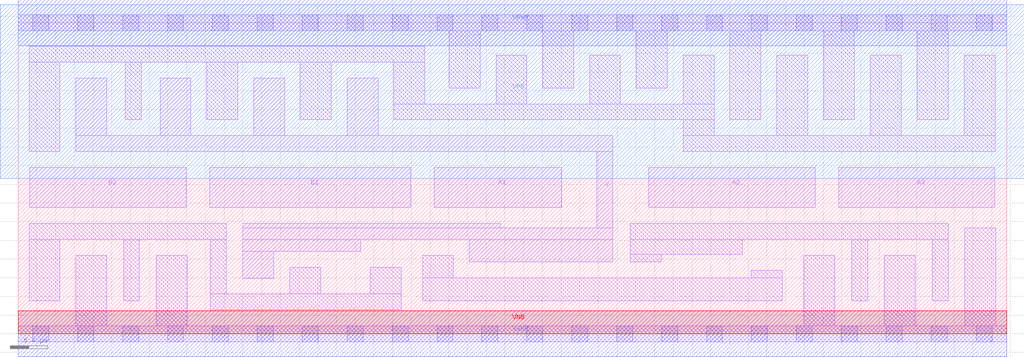
<source format=lef>
# Copyright 2020 The SkyWater PDK Authors
#
# Licensed under the Apache License, Version 2.0 (the "License");
# you may not use this file except in compliance with the License.
# You may obtain a copy of the License at
#
#     https://www.apache.org/licenses/LICENSE-2.0
#
# Unless required by applicable law or agreed to in writing, software
# distributed under the License is distributed on an "AS IS" BASIS,
# WITHOUT WARRANTIES OR CONDITIONS OF ANY KIND, either express or implied.
# See the License for the specific language governing permissions and
# limitations under the License.
#
# SPDX-License-Identifier: Apache-2.0

VERSION 5.7 ;
  NOWIREEXTENSIONATPIN ON ;
  DIVIDERCHAR "/" ;
  BUSBITCHARS "[]" ;
MACRO sky130_fd_sc_ls__a32oi_4
  CLASS CORE ;
  FOREIGN sky130_fd_sc_ls__a32oi_4 ;
  ORIGIN  0.000000  0.000000 ;
  SIZE  10.56000 BY  3.330000 ;
  SYMMETRY X Y ;
  SITE unit ;
  PIN A1
    ANTENNAGATEAREA  1.116000 ;
    DIRECTION INPUT ;
    USE SIGNAL ;
    PORT
      LAYER li1 ;
        RECT 4.445000 1.350000 5.805000 1.780000 ;
    END
  END A1
  PIN A2
    ANTENNAGATEAREA  1.116000 ;
    DIRECTION INPUT ;
    USE SIGNAL ;
    PORT
      LAYER li1 ;
        RECT 6.735000 1.350000 8.515000 1.780000 ;
    END
  END A2
  PIN A3
    ANTENNAGATEAREA  1.116000 ;
    DIRECTION INPUT ;
    USE SIGNAL ;
    PORT
      LAYER li1 ;
        RECT 8.765000 1.350000 10.435000 1.780000 ;
    END
  END A3
  PIN B1
    ANTENNAGATEAREA  1.116000 ;
    DIRECTION INPUT ;
    USE SIGNAL ;
    PORT
      LAYER li1 ;
        RECT 2.045000 1.350000 4.195000 1.780000 ;
    END
  END B1
  PIN B2
    ANTENNAGATEAREA  1.116000 ;
    DIRECTION INPUT ;
    USE SIGNAL ;
    PORT
      LAYER li1 ;
        RECT 0.125000 1.350000 1.795000 1.780000 ;
    END
  END B2
  PIN Y
    ANTENNADIFFAREA  2.387000 ;
    DIRECTION OUTPUT ;
    USE SIGNAL ;
    PORT
      LAYER li1 ;
        RECT 0.615000 1.950000 6.350000 2.120000 ;
        RECT 0.615000 2.120000 0.945000 2.735000 ;
        RECT 1.515000 2.120000 1.845000 2.735000 ;
        RECT 2.400000 0.595000 2.730000 0.880000 ;
        RECT 2.400000 0.880000 3.660000 1.010000 ;
        RECT 2.400000 1.010000 6.350000 1.130000 ;
        RECT 2.400000 1.130000 5.150000 1.180000 ;
        RECT 2.515000 2.120000 2.845000 2.735000 ;
        RECT 3.515000 2.120000 3.845000 2.735000 ;
        RECT 4.820000 0.770000 6.350000 1.010000 ;
        RECT 6.180000 1.130000 6.350000 1.950000 ;
    END
  END Y
  PIN VGND
    DIRECTION INOUT ;
    SHAPE ABUTMENT ;
    USE GROUND ;
    PORT
      LAYER met1 ;
        RECT 0.000000 -0.245000 10.560000 0.245000 ;
    END
  END VGND
  PIN VNB
    DIRECTION INOUT ;
    USE GROUND ;
    PORT
      LAYER pwell ;
        RECT 0.000000 0.000000 10.560000 0.245000 ;
    END
  END VNB
  PIN VPB
    DIRECTION INOUT ;
    USE POWER ;
    PORT
      LAYER nwell ;
        RECT -0.190000 1.660000 10.750000 3.520000 ;
    END
  END VPB
  PIN VPWR
    DIRECTION INOUT ;
    SHAPE ABUTMENT ;
    USE POWER ;
    PORT
      LAYER met1 ;
        RECT 0.000000 3.085000 10.560000 3.575000 ;
    END
  END VPWR
  OBS
    LAYER li1 ;
      RECT  0.000000 -0.085000 10.560000 0.085000 ;
      RECT  0.000000  3.245000 10.560000 3.415000 ;
      RECT  0.115000  0.350000  0.445000 1.010000 ;
      RECT  0.115000  1.010000  2.220000 1.180000 ;
      RECT  0.115000  1.950000  0.445000 2.905000 ;
      RECT  0.115000  2.905000  4.345000 3.075000 ;
      RECT  0.615000  0.085000  0.945000 0.840000 ;
      RECT  1.125000  0.350000  1.295000 1.010000 ;
      RECT  1.145000  2.290000  1.315000 2.905000 ;
      RECT  1.475000  0.085000  1.805000 0.840000 ;
      RECT  2.015000  2.290000  2.345000 2.905000 ;
      RECT  2.050000  0.255000  4.090000 0.425000 ;
      RECT  2.050000  0.425000  2.220000 1.010000 ;
      RECT  2.900000  0.425000  3.230000 0.710000 ;
      RECT  3.015000  2.290000  3.345000 2.905000 ;
      RECT  3.760000  0.425000  4.090000 0.710000 ;
      RECT  4.015000  2.290000  7.435000 2.460000 ;
      RECT  4.015000  2.460000  4.345000 2.905000 ;
      RECT  4.320000  0.350000  8.165000 0.600000 ;
      RECT  4.320000  0.600000  4.650000 0.840000 ;
      RECT  4.605000  2.630000  4.935000 3.245000 ;
      RECT  5.105000  2.460000  5.435000 2.980000 ;
      RECT  5.605000  2.630000  5.935000 3.245000 ;
      RECT  6.105000  2.460000  6.435000 2.980000 ;
      RECT  6.540000  0.770000  6.870000 0.850000 ;
      RECT  6.540000  0.850000  7.735000 1.010000 ;
      RECT  6.540000  1.010000  9.935000 1.180000 ;
      RECT  6.605000  2.630000  6.935000 3.245000 ;
      RECT  7.105000  1.950000 10.440000 2.120000 ;
      RECT  7.105000  2.120000  7.435000 2.290000 ;
      RECT  7.105000  2.460000  7.435000 2.980000 ;
      RECT  7.605000  2.290000  7.935000 3.245000 ;
      RECT  7.835000  0.600000  8.165000 0.680000 ;
      RECT  8.105000  2.120000  8.435000 2.980000 ;
      RECT  8.395000  0.085000  8.725000 0.840000 ;
      RECT  8.605000  2.290000  8.935000 3.245000 ;
      RECT  8.905000  0.350000  9.075000 1.010000 ;
      RECT  9.105000  2.120000  9.435000 2.980000 ;
      RECT  9.255000  0.085000  9.585000 0.840000 ;
      RECT  9.605000  2.290000  9.935000 3.245000 ;
      RECT  9.765000  0.350000  9.935000 1.010000 ;
      RECT 10.110000  2.120000 10.440000 2.980000 ;
      RECT 10.115000  0.085000 10.445000 1.130000 ;
    LAYER mcon ;
      RECT  0.155000 -0.085000  0.325000 0.085000 ;
      RECT  0.155000  3.245000  0.325000 3.415000 ;
      RECT  0.635000 -0.085000  0.805000 0.085000 ;
      RECT  0.635000  3.245000  0.805000 3.415000 ;
      RECT  1.115000 -0.085000  1.285000 0.085000 ;
      RECT  1.115000  3.245000  1.285000 3.415000 ;
      RECT  1.595000 -0.085000  1.765000 0.085000 ;
      RECT  1.595000  3.245000  1.765000 3.415000 ;
      RECT  2.075000 -0.085000  2.245000 0.085000 ;
      RECT  2.075000  3.245000  2.245000 3.415000 ;
      RECT  2.555000 -0.085000  2.725000 0.085000 ;
      RECT  2.555000  3.245000  2.725000 3.415000 ;
      RECT  3.035000 -0.085000  3.205000 0.085000 ;
      RECT  3.035000  3.245000  3.205000 3.415000 ;
      RECT  3.515000 -0.085000  3.685000 0.085000 ;
      RECT  3.515000  3.245000  3.685000 3.415000 ;
      RECT  3.995000 -0.085000  4.165000 0.085000 ;
      RECT  3.995000  3.245000  4.165000 3.415000 ;
      RECT  4.475000 -0.085000  4.645000 0.085000 ;
      RECT  4.475000  3.245000  4.645000 3.415000 ;
      RECT  4.955000 -0.085000  5.125000 0.085000 ;
      RECT  4.955000  3.245000  5.125000 3.415000 ;
      RECT  5.435000 -0.085000  5.605000 0.085000 ;
      RECT  5.435000  3.245000  5.605000 3.415000 ;
      RECT  5.915000 -0.085000  6.085000 0.085000 ;
      RECT  5.915000  3.245000  6.085000 3.415000 ;
      RECT  6.395000 -0.085000  6.565000 0.085000 ;
      RECT  6.395000  3.245000  6.565000 3.415000 ;
      RECT  6.875000 -0.085000  7.045000 0.085000 ;
      RECT  6.875000  3.245000  7.045000 3.415000 ;
      RECT  7.355000 -0.085000  7.525000 0.085000 ;
      RECT  7.355000  3.245000  7.525000 3.415000 ;
      RECT  7.835000 -0.085000  8.005000 0.085000 ;
      RECT  7.835000  3.245000  8.005000 3.415000 ;
      RECT  8.315000 -0.085000  8.485000 0.085000 ;
      RECT  8.315000  3.245000  8.485000 3.415000 ;
      RECT  8.795000 -0.085000  8.965000 0.085000 ;
      RECT  8.795000  3.245000  8.965000 3.415000 ;
      RECT  9.275000 -0.085000  9.445000 0.085000 ;
      RECT  9.275000  3.245000  9.445000 3.415000 ;
      RECT  9.755000 -0.085000  9.925000 0.085000 ;
      RECT  9.755000  3.245000  9.925000 3.415000 ;
      RECT 10.235000 -0.085000 10.405000 0.085000 ;
      RECT 10.235000  3.245000 10.405000 3.415000 ;
  END
END sky130_fd_sc_ls__a32oi_4
END LIBRARY

</source>
